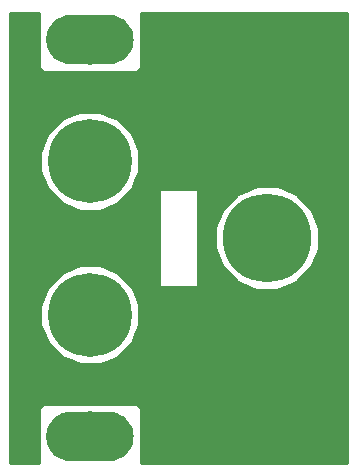
<source format=gbr>
G04 #@! TF.GenerationSoftware,KiCad,Pcbnew,(5.0.0)*
G04 #@! TF.CreationDate,2018-08-27T22:16:58+02:00*
G04 #@! TF.ProjectId,1u_mute_panel,31755F6D7574655F70616E656C2E6B69,rev?*
G04 #@! TF.SameCoordinates,Original*
G04 #@! TF.FileFunction,Copper,L1,Top,Signal*
G04 #@! TF.FilePolarity,Positive*
%FSLAX46Y46*%
G04 Gerber Fmt 4.6, Leading zero omitted, Abs format (unit mm)*
G04 Created by KiCad (PCBNEW (5.0.0)) date 08/27/18 22:16:58*
%MOMM*%
%LPD*%
G01*
G04 APERTURE LIST*
G04 #@! TA.AperFunction,Conductor*
%ADD10C,0.100000*%
G04 #@! TD*
G04 #@! TA.AperFunction,WasherPad*
%ADD11C,4.200000*%
G04 #@! TD*
G04 #@! TA.AperFunction,WasherPad*
%ADD12C,7.100000*%
G04 #@! TD*
G04 #@! TA.AperFunction,WasherPad*
%ADD13C,7.500000*%
G04 #@! TD*
G04 #@! TA.AperFunction,NonConductor*
%ADD14C,0.254000*%
G04 #@! TD*
G04 APERTURE END LIST*
D10*
G04 #@! TO.N,*
G04 #@! TO.C,MH1*
G36*
X9305836Y-34510111D02*
X9509690Y-34540350D01*
X9709598Y-34590424D01*
X9903635Y-34659852D01*
X10089933Y-34747964D01*
X10266697Y-34853913D01*
X10432226Y-34976677D01*
X10584924Y-35115075D01*
X10723322Y-35267773D01*
X10846086Y-35433302D01*
X10952035Y-35610066D01*
X11040147Y-35796364D01*
X11109575Y-35990401D01*
X11159649Y-36190309D01*
X11189888Y-36394163D01*
X11200000Y-36599999D01*
X11200000Y-36600001D01*
X11189888Y-36805837D01*
X11159649Y-37009691D01*
X11109575Y-37209599D01*
X11040147Y-37403636D01*
X10952035Y-37589934D01*
X10846086Y-37766698D01*
X10723322Y-37932227D01*
X10584924Y-38084925D01*
X10432226Y-38223323D01*
X10266697Y-38346087D01*
X10089933Y-38452036D01*
X9903635Y-38540148D01*
X9709598Y-38609576D01*
X9509690Y-38659650D01*
X9305836Y-38689889D01*
X9100000Y-38700001D01*
X5900000Y-38700001D01*
X5694164Y-38689889D01*
X5490310Y-38659650D01*
X5290402Y-38609576D01*
X5096365Y-38540148D01*
X4910067Y-38452036D01*
X4733303Y-38346087D01*
X4567774Y-38223323D01*
X4415076Y-38084925D01*
X4276678Y-37932227D01*
X4153914Y-37766698D01*
X4047965Y-37589934D01*
X3959853Y-37403636D01*
X3890425Y-37209599D01*
X3840351Y-37009691D01*
X3810112Y-36805837D01*
X3800000Y-36600001D01*
X3800000Y-36599999D01*
X3810112Y-36394163D01*
X3840351Y-36190309D01*
X3890425Y-35990401D01*
X3959853Y-35796364D01*
X4047965Y-35610066D01*
X4153914Y-35433302D01*
X4276678Y-35267773D01*
X4415076Y-35115075D01*
X4567774Y-34976677D01*
X4733303Y-34853913D01*
X4910067Y-34747964D01*
X5096365Y-34659852D01*
X5290402Y-34590424D01*
X5490310Y-34540350D01*
X5694164Y-34510111D01*
X5900000Y-34499999D01*
X9100000Y-34499999D01*
X9305836Y-34510111D01*
X9305836Y-34510111D01*
G37*
D11*
G04 #@! TD*
G04 #@! TO.P,MH1,*
G04 #@! TO.N,*
X7500000Y-36600000D03*
D10*
G04 #@! TO.N,*
G04 #@! TO.C,MH2*
G36*
X9305836Y-910111D02*
X9509690Y-940350D01*
X9709598Y-990424D01*
X9903635Y-1059852D01*
X10089933Y-1147964D01*
X10266697Y-1253913D01*
X10432226Y-1376677D01*
X10584924Y-1515075D01*
X10723322Y-1667773D01*
X10846086Y-1833302D01*
X10952035Y-2010066D01*
X11040147Y-2196364D01*
X11109575Y-2390401D01*
X11159649Y-2590309D01*
X11189888Y-2794163D01*
X11200000Y-2999999D01*
X11200000Y-3000001D01*
X11189888Y-3205837D01*
X11159649Y-3409691D01*
X11109575Y-3609599D01*
X11040147Y-3803636D01*
X10952035Y-3989934D01*
X10846086Y-4166698D01*
X10723322Y-4332227D01*
X10584924Y-4484925D01*
X10432226Y-4623323D01*
X10266697Y-4746087D01*
X10089933Y-4852036D01*
X9903635Y-4940148D01*
X9709598Y-5009576D01*
X9509690Y-5059650D01*
X9305836Y-5089889D01*
X9100000Y-5100001D01*
X5900000Y-5100001D01*
X5694164Y-5089889D01*
X5490310Y-5059650D01*
X5290402Y-5009576D01*
X5096365Y-4940148D01*
X4910067Y-4852036D01*
X4733303Y-4746087D01*
X4567774Y-4623323D01*
X4415076Y-4484925D01*
X4276678Y-4332227D01*
X4153914Y-4166698D01*
X4047965Y-3989934D01*
X3959853Y-3803636D01*
X3890425Y-3609599D01*
X3840351Y-3409691D01*
X3810112Y-3205837D01*
X3800000Y-3000001D01*
X3800000Y-2999999D01*
X3810112Y-2794163D01*
X3840351Y-2590309D01*
X3890425Y-2390401D01*
X3959853Y-2196364D01*
X4047965Y-2010066D01*
X4153914Y-1833302D01*
X4276678Y-1667773D01*
X4415076Y-1515075D01*
X4567774Y-1376677D01*
X4733303Y-1253913D01*
X4910067Y-1147964D01*
X5096365Y-1059852D01*
X5290402Y-990424D01*
X5490310Y-940350D01*
X5694164Y-910111D01*
X5900000Y-899999D01*
X9100000Y-899999D01*
X9305836Y-910111D01*
X9305836Y-910111D01*
G37*
D11*
G04 #@! TD*
G04 #@! TO.P,MH2,*
G04 #@! TO.N,*
X7500000Y-3000000D03*
D12*
G04 #@! TO.P,MH3,*
G04 #@! TO.N,*
X7500000Y-13300000D03*
G04 #@! TD*
G04 #@! TO.P,MH4,*
G04 #@! TO.N,*
X7500000Y-26300000D03*
G04 #@! TD*
D13*
G04 #@! TO.P,MH5,*
G04 #@! TO.N,*
X22500000Y-19800000D03*
G04 #@! TD*
D14*
G36*
X3165000Y-773690D02*
X3165000Y-2714250D01*
X3202033Y-2751283D01*
X3152560Y-2999999D01*
X3152560Y-3000001D01*
X3202033Y-3248717D01*
X3165000Y-3285750D01*
X3165000Y-5226310D01*
X3261673Y-5459699D01*
X3440302Y-5638327D01*
X3673691Y-5735000D01*
X5837455Y-5735000D01*
X5900000Y-5747441D01*
X9100000Y-5747441D01*
X9162545Y-5735000D01*
X11326309Y-5735000D01*
X11559698Y-5638327D01*
X11738327Y-5459699D01*
X11835000Y-5226310D01*
X11835000Y-3285750D01*
X11797967Y-3248717D01*
X11847440Y-3000001D01*
X11847440Y-2999999D01*
X11797967Y-2751283D01*
X11835000Y-2714250D01*
X11835000Y-773690D01*
X11818974Y-735000D01*
X29265000Y-735000D01*
X29265001Y-38865000D01*
X11818974Y-38865000D01*
X11835000Y-38826310D01*
X11835000Y-36885750D01*
X11797967Y-36848717D01*
X11847440Y-36600001D01*
X11847440Y-36599999D01*
X11797967Y-36351283D01*
X11835000Y-36314250D01*
X11835000Y-34373690D01*
X11738327Y-34140301D01*
X11559698Y-33961673D01*
X11326309Y-33865000D01*
X9162545Y-33865000D01*
X9100000Y-33852559D01*
X5900000Y-33852559D01*
X5837455Y-33865000D01*
X3673691Y-33865000D01*
X3440302Y-33961673D01*
X3261673Y-34140301D01*
X3165000Y-34373690D01*
X3165000Y-36314250D01*
X3202033Y-36351283D01*
X3152560Y-36599999D01*
X3152560Y-36600001D01*
X3202033Y-36848717D01*
X3165000Y-36885750D01*
X3165000Y-38826310D01*
X3181026Y-38865000D01*
X735000Y-38865000D01*
X735000Y-27092645D01*
X3307279Y-27092645D01*
X3315000Y-27111798D01*
X3315000Y-27132448D01*
X3625959Y-27883171D01*
X3929763Y-28636793D01*
X3951750Y-28669698D01*
X3952128Y-28670612D01*
X3952827Y-28671311D01*
X3974814Y-28704217D01*
X4022313Y-28740797D01*
X5059203Y-29777687D01*
X5095783Y-29825186D01*
X5114785Y-29833269D01*
X5129388Y-29847872D01*
X5880103Y-30158828D01*
X6627823Y-30476901D01*
X6648473Y-30477097D01*
X6667552Y-30485000D01*
X7480123Y-30485000D01*
X8292645Y-30492721D01*
X8311798Y-30485000D01*
X8332448Y-30485000D01*
X9083171Y-30174041D01*
X9836793Y-29870237D01*
X9869698Y-29848250D01*
X9870612Y-29847872D01*
X9871311Y-29847173D01*
X9904217Y-29825186D01*
X9940797Y-29777687D01*
X10977687Y-28740797D01*
X11025186Y-28704217D01*
X11033269Y-28685215D01*
X11047872Y-28670612D01*
X11358828Y-27919897D01*
X11676901Y-27172177D01*
X11677097Y-27151527D01*
X11685000Y-27132448D01*
X11685000Y-26319877D01*
X11692721Y-25507355D01*
X11685000Y-25488202D01*
X11685000Y-25467552D01*
X11374041Y-24716829D01*
X11070237Y-23963207D01*
X11048250Y-23930302D01*
X11047872Y-23929388D01*
X11047173Y-23928689D01*
X11025186Y-23895783D01*
X10977687Y-23859203D01*
X10948326Y-23829842D01*
X13343000Y-23829842D01*
X13352827Y-23878984D01*
X13380491Y-23920096D01*
X13421783Y-23947491D01*
X13470415Y-23956999D01*
X16530415Y-23946999D01*
X16578747Y-23937272D01*
X16619914Y-23909691D01*
X16647393Y-23868455D01*
X16657000Y-23819842D01*
X16653026Y-20624558D01*
X18105786Y-20624558D01*
X18115000Y-20647504D01*
X18115000Y-20672231D01*
X18439662Y-21456033D01*
X18755820Y-22243385D01*
X18782061Y-22282657D01*
X18782577Y-22283903D01*
X18783530Y-22284856D01*
X18809771Y-22324128D01*
X18870439Y-22371765D01*
X19928235Y-23429561D01*
X19975872Y-23490229D01*
X19998614Y-23499940D01*
X20016097Y-23517423D01*
X20799907Y-23842088D01*
X21580199Y-24175269D01*
X21604925Y-24175538D01*
X21627769Y-24185000D01*
X22476180Y-24185000D01*
X23324558Y-24194214D01*
X23347504Y-24185000D01*
X23372231Y-24185000D01*
X24156033Y-23860338D01*
X24943385Y-23544180D01*
X24982657Y-23517939D01*
X24983903Y-23517423D01*
X24984856Y-23516470D01*
X25024128Y-23490229D01*
X25071765Y-23429561D01*
X26129561Y-22371765D01*
X26190229Y-22324128D01*
X26199940Y-22301386D01*
X26217423Y-22283903D01*
X26542088Y-21500093D01*
X26875269Y-20719801D01*
X26875538Y-20695075D01*
X26885000Y-20672231D01*
X26885000Y-19823820D01*
X26894214Y-18975442D01*
X26885000Y-18952496D01*
X26885000Y-18927769D01*
X26560338Y-18143967D01*
X26244180Y-17356615D01*
X26217939Y-17317343D01*
X26217423Y-17316097D01*
X26216470Y-17315144D01*
X26190229Y-17275872D01*
X26129561Y-17228235D01*
X25071765Y-16170439D01*
X25024128Y-16109771D01*
X25001386Y-16100060D01*
X24983903Y-16082577D01*
X24200093Y-15757912D01*
X23419801Y-15424731D01*
X23395075Y-15424462D01*
X23372231Y-15415000D01*
X22523820Y-15415000D01*
X21675442Y-15405786D01*
X21652496Y-15415000D01*
X21627769Y-15415000D01*
X20843967Y-15739662D01*
X20056615Y-16055820D01*
X20017343Y-16082061D01*
X20016097Y-16082577D01*
X20015144Y-16083530D01*
X19975872Y-16109771D01*
X19928235Y-16170439D01*
X18870439Y-17228235D01*
X18809771Y-17275872D01*
X18800060Y-17298614D01*
X18782577Y-17316097D01*
X18457912Y-18099907D01*
X18124731Y-18880199D01*
X18124462Y-18904925D01*
X18115000Y-18927769D01*
X18115000Y-19776180D01*
X18105786Y-20624558D01*
X16653026Y-20624558D01*
X16647000Y-15779842D01*
X16637333Y-15731399D01*
X16609803Y-15690197D01*
X16568601Y-15662667D01*
X16520000Y-15653000D01*
X13480000Y-15653000D01*
X13431545Y-15662607D01*
X13390309Y-15690086D01*
X13362728Y-15731253D01*
X13353000Y-15779842D01*
X13343000Y-23829842D01*
X10948326Y-23829842D01*
X9940797Y-22822313D01*
X9904217Y-22774814D01*
X9885215Y-22766731D01*
X9870612Y-22752128D01*
X9119897Y-22441172D01*
X8372177Y-22123099D01*
X8351527Y-22122903D01*
X8332448Y-22115000D01*
X7519877Y-22115000D01*
X6707355Y-22107279D01*
X6688202Y-22115000D01*
X6667552Y-22115000D01*
X5916829Y-22425959D01*
X5163207Y-22729763D01*
X5130302Y-22751750D01*
X5129388Y-22752128D01*
X5128689Y-22752827D01*
X5095783Y-22774814D01*
X5059203Y-22822313D01*
X4022313Y-23859203D01*
X3974814Y-23895783D01*
X3966731Y-23914785D01*
X3952128Y-23929388D01*
X3641172Y-24680103D01*
X3323099Y-25427823D01*
X3322903Y-25448473D01*
X3315000Y-25467552D01*
X3315000Y-26280123D01*
X3307279Y-27092645D01*
X735000Y-27092645D01*
X735000Y-14092645D01*
X3307279Y-14092645D01*
X3315000Y-14111798D01*
X3315000Y-14132448D01*
X3625959Y-14883171D01*
X3929763Y-15636793D01*
X3951750Y-15669698D01*
X3952128Y-15670612D01*
X3952827Y-15671311D01*
X3974814Y-15704217D01*
X4022313Y-15740797D01*
X5059203Y-16777687D01*
X5095783Y-16825186D01*
X5114785Y-16833269D01*
X5129388Y-16847872D01*
X5880103Y-17158828D01*
X6627823Y-17476901D01*
X6648473Y-17477097D01*
X6667552Y-17485000D01*
X7480123Y-17485000D01*
X8292645Y-17492721D01*
X8311798Y-17485000D01*
X8332448Y-17485000D01*
X9083171Y-17174041D01*
X9836793Y-16870237D01*
X9869698Y-16848250D01*
X9870612Y-16847872D01*
X9871311Y-16847173D01*
X9904217Y-16825186D01*
X9940797Y-16777687D01*
X10977687Y-15740797D01*
X11025186Y-15704217D01*
X11033269Y-15685215D01*
X11047872Y-15670612D01*
X11358828Y-14919897D01*
X11676901Y-14172177D01*
X11677097Y-14151527D01*
X11685000Y-14132448D01*
X11685000Y-13319877D01*
X11692721Y-12507355D01*
X11685000Y-12488202D01*
X11685000Y-12467552D01*
X11374041Y-11716829D01*
X11070237Y-10963207D01*
X11048250Y-10930302D01*
X11047872Y-10929388D01*
X11047173Y-10928689D01*
X11025186Y-10895783D01*
X10977687Y-10859203D01*
X9940797Y-9822313D01*
X9904217Y-9774814D01*
X9885215Y-9766731D01*
X9870612Y-9752128D01*
X9119897Y-9441172D01*
X8372177Y-9123099D01*
X8351527Y-9122903D01*
X8332448Y-9115000D01*
X7519877Y-9115000D01*
X6707355Y-9107279D01*
X6688202Y-9115000D01*
X6667552Y-9115000D01*
X5916829Y-9425959D01*
X5163207Y-9729763D01*
X5130302Y-9751750D01*
X5129388Y-9752128D01*
X5128689Y-9752827D01*
X5095783Y-9774814D01*
X5059203Y-9822313D01*
X4022313Y-10859203D01*
X3974814Y-10895783D01*
X3966731Y-10914785D01*
X3952128Y-10929388D01*
X3641172Y-11680103D01*
X3323099Y-12427823D01*
X3322903Y-12448473D01*
X3315000Y-12467552D01*
X3315000Y-13280123D01*
X3307279Y-14092645D01*
X735000Y-14092645D01*
X735000Y-735000D01*
X3181026Y-735000D01*
X3165000Y-773690D01*
X3165000Y-773690D01*
G37*
X3165000Y-773690D02*
X3165000Y-2714250D01*
X3202033Y-2751283D01*
X3152560Y-2999999D01*
X3152560Y-3000001D01*
X3202033Y-3248717D01*
X3165000Y-3285750D01*
X3165000Y-5226310D01*
X3261673Y-5459699D01*
X3440302Y-5638327D01*
X3673691Y-5735000D01*
X5837455Y-5735000D01*
X5900000Y-5747441D01*
X9100000Y-5747441D01*
X9162545Y-5735000D01*
X11326309Y-5735000D01*
X11559698Y-5638327D01*
X11738327Y-5459699D01*
X11835000Y-5226310D01*
X11835000Y-3285750D01*
X11797967Y-3248717D01*
X11847440Y-3000001D01*
X11847440Y-2999999D01*
X11797967Y-2751283D01*
X11835000Y-2714250D01*
X11835000Y-773690D01*
X11818974Y-735000D01*
X29265000Y-735000D01*
X29265001Y-38865000D01*
X11818974Y-38865000D01*
X11835000Y-38826310D01*
X11835000Y-36885750D01*
X11797967Y-36848717D01*
X11847440Y-36600001D01*
X11847440Y-36599999D01*
X11797967Y-36351283D01*
X11835000Y-36314250D01*
X11835000Y-34373690D01*
X11738327Y-34140301D01*
X11559698Y-33961673D01*
X11326309Y-33865000D01*
X9162545Y-33865000D01*
X9100000Y-33852559D01*
X5900000Y-33852559D01*
X5837455Y-33865000D01*
X3673691Y-33865000D01*
X3440302Y-33961673D01*
X3261673Y-34140301D01*
X3165000Y-34373690D01*
X3165000Y-36314250D01*
X3202033Y-36351283D01*
X3152560Y-36599999D01*
X3152560Y-36600001D01*
X3202033Y-36848717D01*
X3165000Y-36885750D01*
X3165000Y-38826310D01*
X3181026Y-38865000D01*
X735000Y-38865000D01*
X735000Y-27092645D01*
X3307279Y-27092645D01*
X3315000Y-27111798D01*
X3315000Y-27132448D01*
X3625959Y-27883171D01*
X3929763Y-28636793D01*
X3951750Y-28669698D01*
X3952128Y-28670612D01*
X3952827Y-28671311D01*
X3974814Y-28704217D01*
X4022313Y-28740797D01*
X5059203Y-29777687D01*
X5095783Y-29825186D01*
X5114785Y-29833269D01*
X5129388Y-29847872D01*
X5880103Y-30158828D01*
X6627823Y-30476901D01*
X6648473Y-30477097D01*
X6667552Y-30485000D01*
X7480123Y-30485000D01*
X8292645Y-30492721D01*
X8311798Y-30485000D01*
X8332448Y-30485000D01*
X9083171Y-30174041D01*
X9836793Y-29870237D01*
X9869698Y-29848250D01*
X9870612Y-29847872D01*
X9871311Y-29847173D01*
X9904217Y-29825186D01*
X9940797Y-29777687D01*
X10977687Y-28740797D01*
X11025186Y-28704217D01*
X11033269Y-28685215D01*
X11047872Y-28670612D01*
X11358828Y-27919897D01*
X11676901Y-27172177D01*
X11677097Y-27151527D01*
X11685000Y-27132448D01*
X11685000Y-26319877D01*
X11692721Y-25507355D01*
X11685000Y-25488202D01*
X11685000Y-25467552D01*
X11374041Y-24716829D01*
X11070237Y-23963207D01*
X11048250Y-23930302D01*
X11047872Y-23929388D01*
X11047173Y-23928689D01*
X11025186Y-23895783D01*
X10977687Y-23859203D01*
X10948326Y-23829842D01*
X13343000Y-23829842D01*
X13352827Y-23878984D01*
X13380491Y-23920096D01*
X13421783Y-23947491D01*
X13470415Y-23956999D01*
X16530415Y-23946999D01*
X16578747Y-23937272D01*
X16619914Y-23909691D01*
X16647393Y-23868455D01*
X16657000Y-23819842D01*
X16653026Y-20624558D01*
X18105786Y-20624558D01*
X18115000Y-20647504D01*
X18115000Y-20672231D01*
X18439662Y-21456033D01*
X18755820Y-22243385D01*
X18782061Y-22282657D01*
X18782577Y-22283903D01*
X18783530Y-22284856D01*
X18809771Y-22324128D01*
X18870439Y-22371765D01*
X19928235Y-23429561D01*
X19975872Y-23490229D01*
X19998614Y-23499940D01*
X20016097Y-23517423D01*
X20799907Y-23842088D01*
X21580199Y-24175269D01*
X21604925Y-24175538D01*
X21627769Y-24185000D01*
X22476180Y-24185000D01*
X23324558Y-24194214D01*
X23347504Y-24185000D01*
X23372231Y-24185000D01*
X24156033Y-23860338D01*
X24943385Y-23544180D01*
X24982657Y-23517939D01*
X24983903Y-23517423D01*
X24984856Y-23516470D01*
X25024128Y-23490229D01*
X25071765Y-23429561D01*
X26129561Y-22371765D01*
X26190229Y-22324128D01*
X26199940Y-22301386D01*
X26217423Y-22283903D01*
X26542088Y-21500093D01*
X26875269Y-20719801D01*
X26875538Y-20695075D01*
X26885000Y-20672231D01*
X26885000Y-19823820D01*
X26894214Y-18975442D01*
X26885000Y-18952496D01*
X26885000Y-18927769D01*
X26560338Y-18143967D01*
X26244180Y-17356615D01*
X26217939Y-17317343D01*
X26217423Y-17316097D01*
X26216470Y-17315144D01*
X26190229Y-17275872D01*
X26129561Y-17228235D01*
X25071765Y-16170439D01*
X25024128Y-16109771D01*
X25001386Y-16100060D01*
X24983903Y-16082577D01*
X24200093Y-15757912D01*
X23419801Y-15424731D01*
X23395075Y-15424462D01*
X23372231Y-15415000D01*
X22523820Y-15415000D01*
X21675442Y-15405786D01*
X21652496Y-15415000D01*
X21627769Y-15415000D01*
X20843967Y-15739662D01*
X20056615Y-16055820D01*
X20017343Y-16082061D01*
X20016097Y-16082577D01*
X20015144Y-16083530D01*
X19975872Y-16109771D01*
X19928235Y-16170439D01*
X18870439Y-17228235D01*
X18809771Y-17275872D01*
X18800060Y-17298614D01*
X18782577Y-17316097D01*
X18457912Y-18099907D01*
X18124731Y-18880199D01*
X18124462Y-18904925D01*
X18115000Y-18927769D01*
X18115000Y-19776180D01*
X18105786Y-20624558D01*
X16653026Y-20624558D01*
X16647000Y-15779842D01*
X16637333Y-15731399D01*
X16609803Y-15690197D01*
X16568601Y-15662667D01*
X16520000Y-15653000D01*
X13480000Y-15653000D01*
X13431545Y-15662607D01*
X13390309Y-15690086D01*
X13362728Y-15731253D01*
X13353000Y-15779842D01*
X13343000Y-23829842D01*
X10948326Y-23829842D01*
X9940797Y-22822313D01*
X9904217Y-22774814D01*
X9885215Y-22766731D01*
X9870612Y-22752128D01*
X9119897Y-22441172D01*
X8372177Y-22123099D01*
X8351527Y-22122903D01*
X8332448Y-22115000D01*
X7519877Y-22115000D01*
X6707355Y-22107279D01*
X6688202Y-22115000D01*
X6667552Y-22115000D01*
X5916829Y-22425959D01*
X5163207Y-22729763D01*
X5130302Y-22751750D01*
X5129388Y-22752128D01*
X5128689Y-22752827D01*
X5095783Y-22774814D01*
X5059203Y-22822313D01*
X4022313Y-23859203D01*
X3974814Y-23895783D01*
X3966731Y-23914785D01*
X3952128Y-23929388D01*
X3641172Y-24680103D01*
X3323099Y-25427823D01*
X3322903Y-25448473D01*
X3315000Y-25467552D01*
X3315000Y-26280123D01*
X3307279Y-27092645D01*
X735000Y-27092645D01*
X735000Y-14092645D01*
X3307279Y-14092645D01*
X3315000Y-14111798D01*
X3315000Y-14132448D01*
X3625959Y-14883171D01*
X3929763Y-15636793D01*
X3951750Y-15669698D01*
X3952128Y-15670612D01*
X3952827Y-15671311D01*
X3974814Y-15704217D01*
X4022313Y-15740797D01*
X5059203Y-16777687D01*
X5095783Y-16825186D01*
X5114785Y-16833269D01*
X5129388Y-16847872D01*
X5880103Y-17158828D01*
X6627823Y-17476901D01*
X6648473Y-17477097D01*
X6667552Y-17485000D01*
X7480123Y-17485000D01*
X8292645Y-17492721D01*
X8311798Y-17485000D01*
X8332448Y-17485000D01*
X9083171Y-17174041D01*
X9836793Y-16870237D01*
X9869698Y-16848250D01*
X9870612Y-16847872D01*
X9871311Y-16847173D01*
X9904217Y-16825186D01*
X9940797Y-16777687D01*
X10977687Y-15740797D01*
X11025186Y-15704217D01*
X11033269Y-15685215D01*
X11047872Y-15670612D01*
X11358828Y-14919897D01*
X11676901Y-14172177D01*
X11677097Y-14151527D01*
X11685000Y-14132448D01*
X11685000Y-13319877D01*
X11692721Y-12507355D01*
X11685000Y-12488202D01*
X11685000Y-12467552D01*
X11374041Y-11716829D01*
X11070237Y-10963207D01*
X11048250Y-10930302D01*
X11047872Y-10929388D01*
X11047173Y-10928689D01*
X11025186Y-10895783D01*
X10977687Y-10859203D01*
X9940797Y-9822313D01*
X9904217Y-9774814D01*
X9885215Y-9766731D01*
X9870612Y-9752128D01*
X9119897Y-9441172D01*
X8372177Y-9123099D01*
X8351527Y-9122903D01*
X8332448Y-9115000D01*
X7519877Y-9115000D01*
X6707355Y-9107279D01*
X6688202Y-9115000D01*
X6667552Y-9115000D01*
X5916829Y-9425959D01*
X5163207Y-9729763D01*
X5130302Y-9751750D01*
X5129388Y-9752128D01*
X5128689Y-9752827D01*
X5095783Y-9774814D01*
X5059203Y-9822313D01*
X4022313Y-10859203D01*
X3974814Y-10895783D01*
X3966731Y-10914785D01*
X3952128Y-10929388D01*
X3641172Y-11680103D01*
X3323099Y-12427823D01*
X3322903Y-12448473D01*
X3315000Y-12467552D01*
X3315000Y-13280123D01*
X3307279Y-14092645D01*
X735000Y-14092645D01*
X735000Y-735000D01*
X3181026Y-735000D01*
X3165000Y-773690D01*
M02*

</source>
